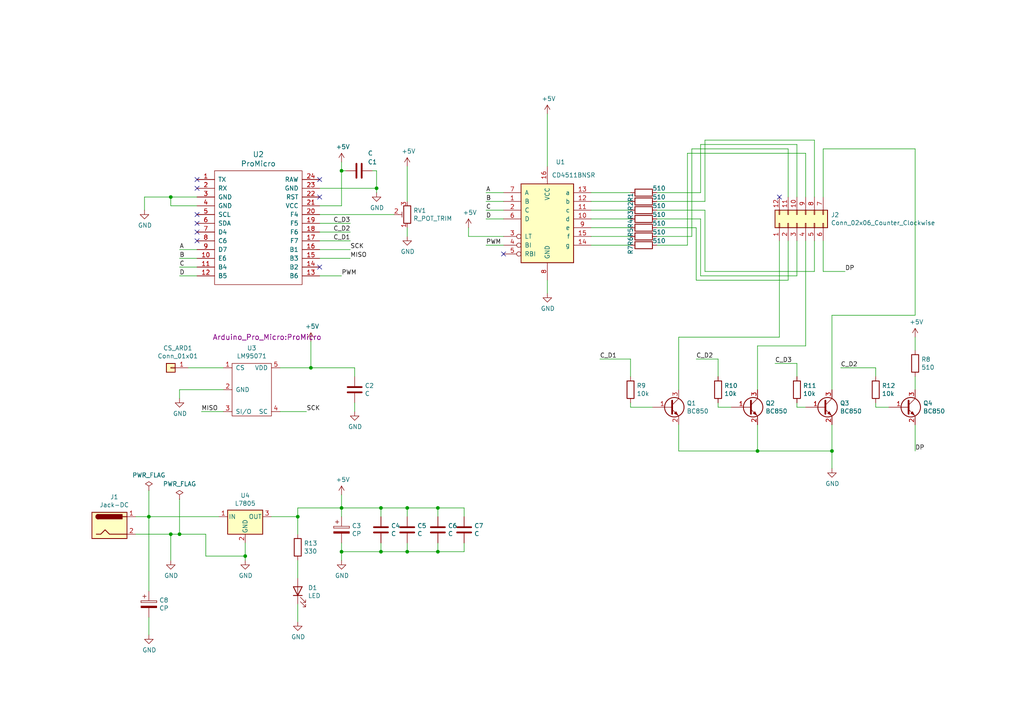
<source format=kicad_sch>
(kicad_sch (version 20230121) (generator eeschema)
  (paper "A4")
  (lib_symbols
    (symbol "Connector:Jack-DC" (pin_names (offset 1.016))
      (property "Reference" "J" (at 0 5.334 0))
      (property "Value" "Jack-DC" (at 0 -5.08 0))
      (symbol "Jack-DC_0_1"
        (rectangle (start -5.08 3.81) (end 5.08 -3.81) (stroke (width 0.254)) (fill (type background)))
        (arc (start -3.302 3.175) (mid -3.9343 2.54) (end -3.302 1.905) (stroke (width 0.254)))
        (arc (start -3.302 3.175) (mid -3.9343 2.54) (end -3.302 1.905) (stroke (width 0.254)) (fill (type outline)))
        (polyline (pts (xy 5.08 2.54) (xy 3.81 2.54)) (stroke (width 0.254)))
        (polyline (pts (xy -3.81 -2.54) (xy -2.54 -2.54) (xy -1.27 -1.27) (xy 0 -2.54) (xy 2.54 -2.54) (xy 5.08 -2.54)) (stroke (width 0.254)))
        (rectangle (start 3.683 3.175) (end -3.302 1.905) (stroke (width 0.254)) (fill (type outline)))
      )
      (symbol "Jack-DC_1_1"
        (pin passive line (at 7.62 2.54 180) (length 2.54) (name "~") (number "1"))
        (pin passive line (at 7.62 -2.54 180) (length 2.54) (name "~") (number "2"))
      )
    )
    (symbol "Connector_Generic:Conn_01x01" (pin_names (offset 1.016) hide)
      (property "Reference" "J" (at 0 2.54 0))
      (property "Value" "Conn_01x01" (at 0 -2.54 0))
      (symbol "Conn_01x01_1_1"
        (rectangle (start -1.27 0.127) (end 0 -0.127) (stroke (width 0.1524)))
        (rectangle (start -1.27 1.27) (end 1.27 -1.27) (stroke (width 0.254)) (fill (type background)))
        (pin passive line (at -5.08 0 0) (length 3.81) (name "Pin_1") (number "1"))
      )
    )
    (symbol "Connector_Generic:Conn_02x06_Counter_Clockwise" (pin_names (offset 1.016) hide)
      (property "Reference" "J" (at 1.27 7.62 0))
      (property "Value" "Conn_02x06_Counter_Clockwise" (at 1.27 -10.16 0))
      (symbol "Conn_02x06_Counter_Clockwise_1_1"
        (rectangle (start -1.27 -7.493) (end 0 -7.747) (stroke (width 0.1524)))
        (rectangle (start -1.27 -4.953) (end 0 -5.207) (stroke (width 0.1524)))
        (rectangle (start -1.27 -2.413) (end 0 -2.667) (stroke (width 0.1524)))
        (rectangle (start -1.27 0.127) (end 0 -0.127) (stroke (width 0.1524)))
        (rectangle (start -1.27 2.667) (end 0 2.413) (stroke (width 0.1524)))
        (rectangle (start -1.27 5.207) (end 0 4.953) (stroke (width 0.1524)))
        (rectangle (start -1.27 6.35) (end 3.81 -8.89) (stroke (width 0.254)) (fill (type background)))
        (rectangle (start 3.81 -7.493) (end 2.54 -7.747) (stroke (width 0.1524)))
        (rectangle (start 3.81 -4.953) (end 2.54 -5.207) (stroke (width 0.1524)))
        (rectangle (start 3.81 -2.413) (end 2.54 -2.667) (stroke (width 0.1524)))
        (rectangle (start 3.81 0.127) (end 2.54 -0.127) (stroke (width 0.1524)))
        (rectangle (start 3.81 2.667) (end 2.54 2.413) (stroke (width 0.1524)))
        (rectangle (start 3.81 5.207) (end 2.54 4.953) (stroke (width 0.1524)))
        (pin passive line (at -5.08 5.08 0) (length 3.81) (name "Pin_1") (number "1"))
        (pin passive line (at 7.62 0 180) (length 3.81) (name "Pin_10") (number "10"))
        (pin passive line (at 7.62 2.54 180) (length 3.81) (name "Pin_11") (number "11"))
        (pin passive line (at 7.62 5.08 180) (length 3.81) (name "Pin_12") (number "12"))
        (pin passive line (at -5.08 2.54 0) (length 3.81) (name "Pin_2") (number "2"))
        (pin passive line (at -5.08 0 0) (length 3.81) (name "Pin_3") (number "3"))
        (pin passive line (at -5.08 -2.54 0) (length 3.81) (name "Pin_4") (number "4"))
        (pin passive line (at -5.08 -5.08 0) (length 3.81) (name "Pin_5") (number "5"))
        (pin passive line (at -5.08 -7.62 0) (length 3.81) (name "Pin_6") (number "6"))
        (pin passive line (at 7.62 -7.62 180) (length 3.81) (name "Pin_7") (number "7"))
        (pin passive line (at 7.62 -5.08 180) (length 3.81) (name "Pin_8") (number "8"))
        (pin passive line (at 7.62 -2.54 180) (length 3.81) (name "Pin_9") (number "9"))
      )
    )
    (symbol "Device:C" (pin_numbers hide) (pin_names (offset 0.254))
      (property "Reference" "C" (at 0.635 2.54 0))
      (property "Value" "C" (at 0.635 -2.54 0))
      (symbol "C_0_1"
        (polyline (pts (xy -2.032 -0.762) (xy 2.032 -0.762)) (stroke (width 0.508)))
        (polyline (pts (xy -2.032 0.762) (xy 2.032 0.762)) (stroke (width 0.508)))
      )
      (symbol "C_1_1"
        (pin passive line (at 0 3.81 270) (length 2.794) (name "~") (number "1"))
        (pin passive line (at 0 -3.81 90) (length 2.794) (name "~") (number "2"))
      )
    )
    (symbol "Device:LED" (pin_numbers hide) (pin_names (offset 1.016) hide)
      (property "Reference" "D" (at 0 2.54 0))
      (property "Value" "LED" (at 0 -2.54 0))
      (symbol "LED_0_1"
        (polyline (pts (xy -1.27 -1.27) (xy -1.27 1.27)) (stroke (width 0.254)))
        (polyline (pts (xy -1.27 0) (xy 1.27 0)))
        (polyline (pts (xy 1.27 -1.27) (xy 1.27 1.27) (xy -1.27 0) (xy 1.27 -1.27)) (stroke (width 0.254)))
        (polyline (pts (xy -3.048 -0.762) (xy -4.572 -2.286) (xy -3.81 -2.286) (xy -4.572 -2.286) (xy -4.572 -1.524)))
        (polyline (pts (xy -1.778 -0.762) (xy -3.302 -2.286) (xy -2.54 -2.286) (xy -3.302 -2.286) (xy -3.302 -1.524)))
      )
      (symbol "LED_1_1"
        (pin passive line (at -3.81 0 0) (length 2.54) (name "K") (number "1"))
        (pin passive line (at 3.81 0 180) (length 2.54) (name "A") (number "2"))
      )
    )
    (symbol "Device:R" (pin_numbers hide) (pin_names (offset 0))
      (property "Reference" "R" (at 2.032 0 90))
      (property "Value" "R" (at 0 0 90))
      (symbol "R_0_1"
        (rectangle (start -1.016 -2.54) (end 1.016 2.54) (stroke (width 0.254)))
      )
      (symbol "R_1_1"
        (pin passive line (at 0 3.81 270) (length 1.27) (name "~") (number "1"))
        (pin passive line (at 0 -3.81 90) (length 1.27) (name "~") (number "2"))
      )
    )
    (symbol "Regulator_Linear:L7805" (pin_names (offset 0.254))
      (property "Reference" "U" (at -3.81 3.175 0))
      (property "Value" "L7805" (at 0 3.175 0))
      (symbol "L7805_0_1"
        (rectangle (start -5.08 1.905) (end 5.08 -5.08) (stroke (width 0.254)) (fill (type background)))
      )
      (symbol "L7805_1_1"
        (pin power_in line (at -7.62 0 0) (length 2.54) (name "IN") (number "1"))
        (pin power_in line (at 0 -7.62 90) (length 2.54) (name "GND") (number "2"))
        (pin power_out line (at 7.62 0 180) (length 2.54) (name "OUT") (number "3"))
      )
    )
    (symbol "Transistor_BJT:BC850" (pin_names (offset 0) hide)
      (property "Reference" "Q" (at 5.08 1.905 0))
      (property "Value" "BC850" (at 5.08 0 0))
      (symbol "BC850_0_1"
        (polyline (pts (xy 0.635 0.635) (xy 2.54 2.54)))
        (polyline (pts (xy 0.635 -0.635) (xy 2.54 -2.54) (xy 2.54 -2.54)))
        (polyline (pts (xy 0.635 1.905) (xy 0.635 -1.905) (xy 0.635 -1.905)) (stroke (width 0.508)))
        (polyline (pts (xy 1.27 -1.778) (xy 1.778 -1.27) (xy 2.286 -2.286) (xy 1.27 -1.778) (xy 1.27 -1.778)) (fill (type outline)))
        (circle (center 1.27 0) (radius 2.8194) (stroke (width 0.254)))
      )
      (symbol "BC850_1_1"
        (pin input line (at -5.08 0 0) (length 5.715) (name "B") (number "1"))
        (pin passive line (at 2.54 -5.08 90) (length 2.54) (name "E") (number "2"))
        (pin passive line (at 2.54 5.08 270) (length 2.54) (name "C") (number "3"))
      )
    )
    (symbol "cuteThermometer-rescue:CD4511BNSR-Extra-Modules" (pin_names (offset 1.016))
      (property "Reference" "U" (at 2.54 15.24 0))
      (property "Value" "CD4511BNSR-Extra-Modules" (at 7.62 12.7 0))
      (symbol "CD4511BNSR-Extra-Modules_1_0"
        (pin input line (at -12.7 6.35 0) (length 5.08) (name "B") (number "1"))
        (pin open_collector line (at 12.7 1.27 180) (length 5.08) (name "d") (number "10"))
        (pin open_collector line (at 12.7 3.81 180) (length 5.08) (name "c") (number "11"))
        (pin open_collector line (at 12.7 6.35 180) (length 5.08) (name "b") (number "12"))
        (pin open_collector line (at 12.7 8.89 180) (length 5.08) (name "a") (number "13"))
        (pin open_collector line (at 12.7 -6.35 180) (length 5.08) (name "g") (number "14"))
        (pin open_collector line (at 12.7 -3.81 180) (length 5.08) (name "f") (number "15"))
        (pin power_in line (at 0 16.51 270) (length 5.08) (name "VCC") (number "16"))
        (pin input line (at -12.7 3.81 0) (length 5.08) (name "C") (number "2"))
        (pin input inverted (at -12.7 -3.81 0) (length 5.08) (name "LT") (number "3"))
        (pin input inverted (at -12.7 -6.35 0) (length 5.08) (name "BI") (number "4"))
        (pin input inverted (at -12.7 -8.89 0) (length 5.08) (name "RBI") (number "5"))
        (pin input line (at -12.7 1.27 0) (length 5.08) (name "D") (number "6"))
        (pin input line (at -12.7 8.89 0) (length 5.08) (name "A") (number "7"))
        (pin power_in line (at 0 -16.51 90) (length 5.08) (name "GND") (number "8"))
        (pin open_collector line (at 12.7 -1.27 180) (length 5.08) (name "e") (number "9"))
      )
      (symbol "CD4511BNSR-Extra-Modules_1_1"
        (rectangle (start -7.62 11.43) (end 7.62 -11.43) (stroke (width 0.254)) (fill (type background)))
      )
    )
    (symbol "cuteThermometer-rescue:CP-Device" (pin_numbers hide) (pin_names (offset 0.254))
      (property "Reference" "C" (at 0.635 2.54 0))
      (property "Value" "Device_CP" (at 0.635 -2.54 0))
      (symbol "CP-Device_0_1"
        (rectangle (start -2.286 0.508) (end -2.286 1.016))
        (rectangle (start -2.286 0.508) (end 2.286 0.508))
        (polyline (pts (xy -1.778 2.286) (xy -0.762 2.286)))
        (polyline (pts (xy -1.27 2.794) (xy -1.27 1.778)))
        (rectangle (start 2.286 -0.508) (end -2.286 -1.016) (fill (type outline)))
        (rectangle (start 2.286 1.016) (end -2.286 1.016))
        (rectangle (start 2.286 1.016) (end 2.286 0.508))
      )
      (symbol "CP-Device_1_1"
        (pin passive line (at 0 3.81 270) (length 2.794) (name "~") (number "1"))
        (pin passive line (at 0 -3.81 90) (length 2.794) (name "~") (number "2"))
      )
    )
    (symbol "cuteThermometer-rescue:LM95071-Atomic_Mechanics_Library" (pin_names (offset 1.016))
      (property "Reference" "U" (at 5.08 -10.16 0))
      (property "Value" "LM95071-Atomic_Mechanics_Library" (at 0 3.81 0))
      (symbol "LM95071-Atomic_Mechanics_Library_0_1"
        (polyline (pts (xy -6.35 7.62) (xy 5.08 7.62) (xy 5.08 -7.62) (xy -6.35 -7.62) (xy -6.35 7.62)))
      )
      (symbol "LM95071-Atomic_Mechanics_Library_1_1"
        (pin input line (at -8.89 6.35 0) (length 2.54) (name "CS") (number "1"))
        (pin input line (at -8.89 0 0) (length 2.54) (name "GND") (number "2"))
        (pin input line (at -8.89 -6.35 0) (length 2.54) (name "SI/O") (number "3"))
        (pin input line (at 7.62 -6.35 180) (length 2.54) (name "SC") (number "4"))
        (pin input line (at 7.62 6.35 180) (length 2.54) (name "VDD") (number "5"))
      )
    )
    (symbol "cuteThermometer-rescue:ProMicro-Arduino_Pro_Micro" (pin_names (offset 1.016))
      (property "Reference" "U" (at 0 24.13 0))
      (property "Value" "ProMicro-Arduino_Pro_Micro" (at 0 -13.97 0))
      (symbol "ProMicro-Arduino_Pro_Micro_0_1"
        (rectangle (start -12.7 21.59) (end 12.7 -11.43))
      )
      (symbol "ProMicro-Arduino_Pro_Micro_1_1"
        (pin bidirectional line (at -17.78 19.05 0) (length 5.08) (name "TX") (number "1"))
        (pin bidirectional line (at -17.78 -3.81 0) (length 5.08) (name "E6") (number "10"))
        (pin bidirectional line (at -17.78 -6.35 0) (length 5.08) (name "B4") (number "11"))
        (pin bidirectional line (at -17.78 -8.89 0) (length 5.08) (name "B5") (number "12"))
        (pin bidirectional line (at 17.78 -8.89 180) (length 5.08) (name "B6") (number "13"))
        (pin bidirectional line (at 17.78 -6.35 180) (length 5.08) (name "B2") (number "14"))
        (pin bidirectional line (at 17.78 -3.81 180) (length 5.08) (name "B3") (number "15"))
        (pin bidirectional line (at 17.78 -1.27 180) (length 5.08) (name "B1") (number "16"))
        (pin bidirectional line (at 17.78 1.27 180) (length 5.08) (name "F7") (number "17"))
        (pin bidirectional line (at 17.78 3.81 180) (length 5.08) (name "F6") (number "18"))
        (pin bidirectional line (at 17.78 6.35 180) (length 5.08) (name "F5") (number "19"))
        (pin bidirectional line (at -17.78 16.51 0) (length 5.08) (name "RX") (number "2"))
        (pin bidirectional line (at 17.78 8.89 180) (length 5.08) (name "F4") (number "20"))
        (pin power_in line (at 17.78 11.43 180) (length 5.08) (name "VCC") (number "21"))
        (pin input line (at 17.78 13.97 180) (length 5.08) (name "RST") (number "22"))
        (pin power_in line (at 17.78 16.51 180) (length 5.08) (name "GND") (number "23"))
        (pin power_out line (at 17.78 19.05 180) (length 5.08) (name "RAW") (number "24"))
        (pin power_in line (at -17.78 13.97 0) (length 5.08) (name "GND") (number "3"))
        (pin power_in line (at -17.78 11.43 0) (length 5.08) (name "GND") (number "4"))
        (pin bidirectional line (at -17.78 8.89 0) (length 5.08) (name "SCL") (number "5"))
        (pin bidirectional line (at -17.78 6.35 0) (length 5.08) (name "SDA") (number "6"))
        (pin bidirectional line (at -17.78 3.81 0) (length 5.08) (name "D4") (number "7"))
        (pin bidirectional line (at -17.78 1.27 0) (length 5.08) (name "C6") (number "8"))
        (pin bidirectional line (at -17.78 -1.27 0) (length 5.08) (name "D7") (number "9"))
      )
    )
    (symbol "cuteThermometer-rescue:R_POT_TRIM-Device" (pin_names (offset 1.016) hide)
      (property "Reference" "RV" (at -4.445 0 90))
      (property "Value" "Device_R_POT_TRIM" (at -2.54 0 90))
      (symbol "R_POT_TRIM-Device_0_1"
        (polyline (pts (xy 1.524 0.762) (xy 1.524 -0.762)))
        (polyline (pts (xy 2.54 0) (xy 1.524 0)))
        (rectangle (start 1.016 2.54) (end -1.016 -2.54) (stroke (width 0.254)))
      )
      (symbol "R_POT_TRIM-Device_1_1"
        (pin passive line (at 0 3.81 270) (length 1.27) (name "1") (number "1"))
        (pin passive line (at 3.81 0 180) (length 1.27) (name "2") (number "2"))
        (pin passive line (at 0 -3.81 90) (length 1.27) (name "3") (number "3"))
      )
    )
    (symbol "power:+5V" (power) (pin_names (offset 0))
      (property "Value" "+5V" (at 0 3.556 0))
      (symbol "+5V_0_1"
        (polyline (pts (xy -0.762 1.27) (xy 0 2.54)))
        (polyline (pts (xy 0 0) (xy 0 2.54)))
        (polyline (pts (xy 0 2.54) (xy 0.762 1.27)))
      )
      (symbol "+5V_1_1"
        (pin power_in line (at 0 0 90) (length 0) hide (name "+5V") (number "1"))
      )
    )
    (symbol "power:GND" (power) (pin_names (offset 0))
      (property "Value" "GND" (at 0 -3.81 0))
      (symbol "GND_0_1"
        (polyline (pts (xy 0 0) (xy 0 -1.27) (xy 1.27 -1.27) (xy 0 -2.54) (xy -1.27 -1.27) (xy 0 -1.27)))
      )
      (symbol "GND_1_1"
        (pin power_in line (at 0 0 270) (length 0) hide (name "GND") (number "1"))
      )
    )
    (symbol "power:PWR_FLAG" (power) (pin_numbers hide) (pin_names (offset 0) hide)
      (property "Value" "PWR_FLAG" (at 0 3.81 0))
      (symbol "PWR_FLAG_0_0"
        (pin power_out line (at 0 0 90) (length 0) (name "pwr") (number "1"))
      )
      (symbol "PWR_FLAG_0_1"
        (polyline (pts (xy 0 0) (xy 0 1.27) (xy -1.016 1.905) (xy 0 2.54) (xy 1.016 1.905) (xy 0 1.27)))
      )
    )
  )
  (junction (at 109.22 54.61))
  (junction (at 241.3 130.81))
  (junction (at 110.49 147.32))
  (junction (at 127 160.02))
  (junction (at 99.06 147.32))
  (junction (at 49.53 57.15))
  (junction (at 127 147.32))
  (junction (at 49.53 154.94))
  (junction (at 219.71 130.81))
  (junction (at 43.18 149.86))
  (junction (at 99.06 160.02))
  (junction (at 110.49 160.02))
  (junction (at 99.06 49.53))
  (junction (at 86.36 149.86))
  (junction (at 118.11 160.02))
  (junction (at 52.07 154.94))
  (junction (at 71.12 161.29))
  (junction (at 118.11 147.32))
  (junction (at 90.17 106.68))
  (no_connect (at 57.15 62.23))
  (no_connect (at 57.15 52.07))
  (no_connect (at 57.15 54.61))
  (no_connect (at 92.71 57.15))
  (no_connect (at 92.71 52.07))
  (no_connect (at 57.15 67.31))
  (no_connect (at 226.06 57.15))
  (no_connect (at 92.71 77.47))
  (no_connect (at 57.15 69.85))
  (no_connect (at 57.15 64.77))
  (no_connect (at 146.05 73.66))
  (wire (pts (xy 182.88 104.14) (xy 182.88 109.22)))
  (wire (pts (xy 39.37 154.94) (xy 49.53 154.94)))
  (wire (pts (xy 110.49 149.86) (xy 110.49 147.32)))
  (wire (pts (xy 101.6 64.77) (xy 92.71 64.77)))
  (wire (pts (xy 118.11 160.02) (xy 110.49 160.02)))
  (wire (pts (xy 41.91 60.96) (xy 41.91 57.15)))
  (wire (pts (xy 254 118.11) (xy 257.81 118.11)))
  (wire (pts (xy 190.5 66.04) (xy 201.93 66.04)))
  (wire (pts (xy 52.07 113.03) (xy 52.07 115.57)))
  (wire (pts (xy 219.71 100.33) (xy 219.71 113.03)))
  (wire (pts (xy 201.93 104.14) (xy 208.28 104.14)))
  (wire (pts (xy 140.97 58.42) (xy 146.05 58.42)))
  (wire (pts (xy 71.12 161.29) (xy 71.12 157.48)))
  (wire (pts (xy 134.62 147.32) (xy 127 147.32)))
  (wire (pts (xy 203.2 55.88) (xy 203.2 41.91)))
  (wire (pts (xy 109.22 49.53) (xy 109.22 54.61)))
  (wire (pts (xy 182.88 66.04) (xy 171.45 66.04)))
  (wire (pts (xy 99.06 160.02) (xy 99.06 157.48)))
  (wire (pts (xy 110.49 157.48) (xy 110.49 160.02)))
  (wire (pts (xy 99.06 143.51) (xy 99.06 147.32)))
  (wire (pts (xy 54.61 106.68) (xy 64.77 106.68)))
  (wire (pts (xy 190.5 60.96) (xy 204.47 60.96)))
  (wire (pts (xy 52.07 72.39) (xy 57.15 72.39)))
  (wire (pts (xy 204.47 60.96) (xy 204.47 78.74)))
  (wire (pts (xy 52.07 74.93) (xy 57.15 74.93)))
  (wire (pts (xy 102.87 119.38) (xy 102.87 116.84)))
  (wire (pts (xy 182.88 58.42) (xy 171.45 58.42)))
  (wire (pts (xy 52.07 80.01) (xy 57.15 80.01)))
  (wire (pts (xy 90.17 99.06) (xy 90.17 106.68)))
  (wire (pts (xy 190.5 58.42) (xy 204.47 58.42)))
  (wire (pts (xy 265.43 130.81) (xy 265.43 123.19)))
  (wire (pts (xy 134.62 160.02) (xy 127 160.02)))
  (wire (pts (xy 118.11 149.86) (xy 118.11 147.32)))
  (wire (pts (xy 57.15 59.69) (xy 49.53 59.69)))
  (wire (pts (xy 92.71 54.61) (xy 109.22 54.61)))
  (wire (pts (xy 204.47 58.42) (xy 204.47 40.64)))
  (wire (pts (xy 127 157.48) (xy 127 160.02)))
  (wire (pts (xy 190.5 68.58) (xy 200.66 68.58)))
  (wire (pts (xy 231.14 116.84) (xy 231.14 118.11)))
  (wire (pts (xy 196.85 130.81) (xy 219.71 130.81)))
  (wire (pts (xy 233.68 100.33) (xy 219.71 100.33)))
  (wire (pts (xy 196.85 123.19) (xy 196.85 130.81)))
  (wire (pts (xy 203.2 55.88) (xy 190.5 55.88)))
  (wire (pts (xy 201.93 66.04) (xy 201.93 81.28)))
  (wire (pts (xy 114.3 62.23) (xy 92.71 62.23)))
  (wire (pts (xy 86.36 147.32) (xy 99.06 147.32)))
  (wire (pts (xy 118.11 157.48) (xy 118.11 160.02)))
  (wire (pts (xy 208.28 118.11) (xy 212.09 118.11)))
  (wire (pts (xy 140.97 55.88) (xy 146.05 55.88)))
  (wire (pts (xy 109.22 55.88) (xy 109.22 54.61)))
  (wire (pts (xy 110.49 147.32) (xy 99.06 147.32)))
  (wire (pts (xy 107.95 49.53) (xy 109.22 49.53)))
  (wire (pts (xy 231.14 69.85) (xy 231.14 80.01)))
  (wire (pts (xy 88.9 119.38) (xy 81.28 119.38)))
  (wire (pts (xy 203.2 63.5) (xy 203.2 80.01)))
  (wire (pts (xy 99.06 149.86) (xy 99.06 147.32)))
  (wire (pts (xy 86.36 149.86) (xy 78.74 149.86)))
  (wire (pts (xy 158.75 48.26) (xy 158.75 33.02)))
  (wire (pts (xy 86.36 180.34) (xy 86.36 175.26)))
  (wire (pts (xy 140.97 71.12) (xy 146.05 71.12)))
  (wire (pts (xy 241.3 123.19) (xy 241.3 130.81)))
  (wire (pts (xy 86.36 167.64) (xy 86.36 162.56)))
  (wire (pts (xy 118.11 58.42) (xy 118.11 48.26)))
  (wire (pts (xy 208.28 104.14) (xy 208.28 109.22)))
  (wire (pts (xy 127 149.86) (xy 127 147.32)))
  (wire (pts (xy 101.6 69.85) (xy 92.71 69.85)))
  (wire (pts (xy 52.07 154.94) (xy 59.69 154.94)))
  (wire (pts (xy 43.18 149.86) (xy 63.5 149.86)))
  (wire (pts (xy 199.39 44.45) (xy 233.68 44.45)))
  (wire (pts (xy 49.53 57.15) (xy 57.15 57.15)))
  (wire (pts (xy 182.88 63.5) (xy 171.45 63.5)))
  (wire (pts (xy 226.06 69.85) (xy 226.06 97.79)))
  (wire (pts (xy 135.89 66.04) (xy 135.89 68.58)))
  (wire (pts (xy 199.39 71.12) (xy 199.39 44.45)))
  (wire (pts (xy 265.43 109.22) (xy 265.43 113.03)))
  (wire (pts (xy 182.88 68.58) (xy 171.45 68.58)))
  (wire (pts (xy 265.43 91.44) (xy 241.3 91.44)))
  (wire (pts (xy 208.28 116.84) (xy 208.28 118.11)))
  (wire (pts (xy 49.53 154.94) (xy 52.07 154.94)))
  (wire (pts (xy 254 116.84) (xy 254 118.11)))
  (wire (pts (xy 99.06 59.69) (xy 92.71 59.69)))
  (wire (pts (xy 204.47 40.64) (xy 236.22 40.64)))
  (wire (pts (xy 59.69 161.29) (xy 71.12 161.29)))
  (wire (pts (xy 49.53 59.69) (xy 49.53 57.15)))
  (wire (pts (xy 140.97 60.96) (xy 146.05 60.96)))
  (wire (pts (xy 182.88 55.88) (xy 171.45 55.88)))
  (wire (pts (xy 203.2 80.01) (xy 231.14 80.01)))
  (wire (pts (xy 182.88 60.96) (xy 171.45 60.96)))
  (wire (pts (xy 173.99 104.14) (xy 182.88 104.14)))
  (wire (pts (xy 99.06 46.99) (xy 99.06 49.53)))
  (wire (pts (xy 52.07 144.78) (xy 52.07 154.94)))
  (wire (pts (xy 110.49 160.02) (xy 99.06 160.02)))
  (wire (pts (xy 200.66 43.18) (xy 228.6 43.18)))
  (wire (pts (xy 140.97 63.5) (xy 146.05 63.5)))
  (wire (pts (xy 231.14 105.41) (xy 231.14 109.22)))
  (wire (pts (xy 135.89 68.58) (xy 146.05 68.58)))
  (wire (pts (xy 224.79 105.41) (xy 231.14 105.41)))
  (wire (pts (xy 43.18 184.15) (xy 43.18 179.07)))
  (wire (pts (xy 238.76 43.18) (xy 265.43 43.18)))
  (wire (pts (xy 231.14 118.11) (xy 233.68 118.11)))
  (wire (pts (xy 118.11 147.32) (xy 110.49 147.32)))
  (wire (pts (xy 101.6 74.93) (xy 92.71 74.93)))
  (wire (pts (xy 219.71 123.19) (xy 219.71 130.81)))
  (wire (pts (xy 233.68 69.85) (xy 233.68 100.33)))
  (wire (pts (xy 236.22 69.85) (xy 236.22 78.74)))
  (wire (pts (xy 43.18 171.45) (xy 43.18 149.86)))
  (wire (pts (xy 265.43 43.18) (xy 265.43 91.44)))
  (wire (pts (xy 231.14 41.91) (xy 231.14 57.15)))
  (wire (pts (xy 86.36 149.86) (xy 86.36 154.94)))
  (wire (pts (xy 100.33 49.53) (xy 99.06 49.53)))
  (wire (pts (xy 101.6 67.31) (xy 92.71 67.31)))
  (wire (pts (xy 52.07 77.47) (xy 57.15 77.47)))
  (wire (pts (xy 99.06 80.01) (xy 92.71 80.01)))
  (wire (pts (xy 101.6 72.39) (xy 92.71 72.39)))
  (wire (pts (xy 90.17 106.68) (xy 81.28 106.68)))
  (wire (pts (xy 134.62 157.48) (xy 134.62 160.02)))
  (wire (pts (xy 190.5 71.12) (xy 199.39 71.12)))
  (wire (pts (xy 99.06 49.53) (xy 99.06 59.69)))
  (wire (pts (xy 127 147.32) (xy 118.11 147.32)))
  (wire (pts (xy 59.69 154.94) (xy 59.69 161.29)))
  (wire (pts (xy 41.91 57.15) (xy 49.53 57.15)))
  (wire (pts (xy 58.42 119.38) (xy 64.77 119.38)))
  (wire (pts (xy 265.43 97.79) (xy 265.43 101.6)))
  (wire (pts (xy 254 106.68) (xy 254 109.22)))
  (wire (pts (xy 245.11 78.74) (xy 238.76 78.74)))
  (wire (pts (xy 43.18 149.86) (xy 39.37 149.86)))
  (wire (pts (xy 102.87 106.68) (xy 90.17 106.68)))
  (wire (pts (xy 182.88 71.12) (xy 171.45 71.12)))
  (wire (pts (xy 52.07 113.03) (xy 64.77 113.03)))
  (wire (pts (xy 233.68 44.45) (xy 233.68 57.15)))
  (wire (pts (xy 182.88 118.11) (xy 189.23 118.11)))
  (wire (pts (xy 99.06 162.56) (xy 99.06 160.02)))
  (wire (pts (xy 43.18 142.24) (xy 43.18 149.86)))
  (wire (pts (xy 204.47 78.74) (xy 236.22 78.74)))
  (wire (pts (xy 238.76 43.18) (xy 238.76 57.15)))
  (wire (pts (xy 228.6 69.85) (xy 228.6 81.28)))
  (wire (pts (xy 236.22 40.64) (xy 236.22 57.15)))
  (wire (pts (xy 118.11 68.58) (xy 118.11 66.04)))
  (wire (pts (xy 203.2 63.5) (xy 190.5 63.5)))
  (wire (pts (xy 238.76 69.85) (xy 238.76 78.74)))
  (wire (pts (xy 241.3 135.89) (xy 241.3 130.81)))
  (wire (pts (xy 200.66 68.58) (xy 200.66 43.18)))
  (wire (pts (xy 203.2 41.91) (xy 231.14 41.91)))
  (wire (pts (xy 182.88 116.84) (xy 182.88 118.11)))
  (wire (pts (xy 134.62 149.86) (xy 134.62 147.32)))
  (wire (pts (xy 86.36 147.32) (xy 86.36 149.86)))
  (wire (pts (xy 127 160.02) (xy 118.11 160.02)))
  (wire (pts (xy 219.71 130.81) (xy 241.3 130.81)))
  (wire (pts (xy 228.6 43.18) (xy 228.6 57.15)))
  (wire (pts (xy 49.53 162.56) (xy 49.53 154.94)))
  (wire (pts (xy 201.93 81.28) (xy 228.6 81.28)))
  (wire (pts (xy 158.75 85.09) (xy 158.75 81.28)))
  (wire (pts (xy 102.87 109.22) (xy 102.87 106.68)))
  (wire (pts (xy 196.85 97.79) (xy 196.85 113.03)))
  (wire (pts (xy 226.06 97.79) (xy 196.85 97.79)))
  (wire (pts (xy 71.12 162.56) (xy 71.12 161.29)))
  (wire (pts (xy 243.84 106.68) (xy 254 106.68)))
  (wire (pts (xy 241.3 91.44) (xy 241.3 113.03)))
  (label "D" (at 140.97 63.5 0))
  (label "B" (at 140.97 58.42 0))
  (label "SCK" (at 101.6 72.39 0))
  (label "DP" (at 245.11 78.74 0))
  (label "DP" (at 265.43 130.81 0))
  (label "PWM" (at 99.06 80.01 0))
  (label "SCK" (at 88.9 119.38 0))
  (label "C_D3" (at 224.79 105.41 0))
  (label "A" (at 52.07 72.39 0))
  (label "C_D3" (at 101.6 64.77 180))
  (label "A" (at 140.97 55.88 0))
  (label "PWM" (at 140.97 71.12 0))
  (label "C_D1" (at 101.6 69.85 180))
  (label "B" (at 52.07 74.93 0))
  (label "C_D2" (at 243.84 106.68 0))
  (label "MISO" (at 58.42 119.38 0))
  (label "C_D2" (at 201.93 104.14 0))
  (label "C_D1" (at 173.99 104.14 0))
  (label "D" (at 52.07 80.01 0))
  (label "C" (at 140.97 60.96 0))
  (label "C_D2" (at 101.6 67.31 180))
  (label "MISO" (at 101.6 74.93 0))
  (label "C" (at 52.07 77.47 0))
  (symbol (lib_id "cuteThermometer-rescue:ProMicro-Arduino_Pro_Micro") (at 74.93 71.12 0) (unit 1)
    (property "Reference" "U2" (at 74.93 44.7802 0) (effects (font (size 1.524 1.524))))
    (property "Value" "ProMicro" (at 74.93 47.4726 0) (effects (font (size 1.524 1.524))))
    (property "Footprint" "Arduino_Pro_Micro:ProMicro" (at 77.47 97.79 0) (effects (font (size 1.524 1.524))))
  )
  (symbol (lib_id "power:GND") (at 241.3 135.89 0) (unit 1)
    (property "Reference" "#PWR013" (effects hide))
    (property "Value" "GND" (at 241.427 140.2842 0))
  )
  (symbol (lib_id "power:+5V") (at 158.75 33.02 0) (unit 1)
    (property "Reference" "#PWR01" (effects hide))
    (property "Value" "+5V" (at 159.131 28.6258 0))
  )
  (symbol (lib_id "power:+5V") (at 99.06 46.99 0) (unit 1)
    (property "Reference" "#PWR02" (effects hide))
    (property "Value" "+5V" (at 99.441 42.5958 0))
  )
  (symbol (lib_id "power:GND") (at 158.75 85.09 0) (unit 1)
    (property "Reference" "#PWR08" (effects hide))
    (property "Value" "GND" (at 158.877 89.4842 0))
  )
  (symbol (lib_id "power:GND") (at 109.22 55.88 0) (unit 1)
    (property "Reference" "#PWR04" (effects hide))
    (property "Value" "GND" (at 109.347 60.2742 0))
  )
  (symbol (lib_id "power:GND") (at 41.91 60.96 0) (unit 1)
    (property "Reference" "#PWR05" (effects hide))
    (property "Value" "GND" (at 42.037 65.3542 0))
  )
  (symbol (lib_id "cuteThermometer-rescue:LM95071-Atomic_Mechanics_Library") (at 73.66 113.03 0) (unit 1)
    (property "Reference" "U3" (at 73.025 100.965 0))
    (property "Value" "LM95071" (at 73.025 103.2764 0))
    (property "Footprint" "Tansistors_SMD:SOT-23-5_HandSoldering" (effects hide))
  )
  (symbol (lib_id "power:GND") (at 52.07 115.57 0) (unit 1)
    (property "Reference" "#PWR011" (effects hide))
    (property "Value" "GND" (at 52.197 119.9642 0))
  )
  (symbol (lib_id "power:+5V") (at 90.17 99.06 0) (unit 1)
    (property "Reference" "#PWR010" (effects hide))
    (property "Value" "+5V" (at 90.551 94.6658 0))
  )
  (symbol (lib_id "Device:R") (at 182.88 113.03 180) (unit 1)
    (property "Reference" "R9" (at 184.658 111.8616 0) (effects (justify right)))
    (property "Value" "10k" (at 184.658 114.173 0) (effects (justify right)))
    (property "Footprint" "Resistor_SMD:R_0805_2012Metric_Pad1.15x1.40mm_HandSolder" (effects hide))
  )
  (symbol (lib_id "Device:R") (at 208.28 113.03 180) (unit 1)
    (property "Reference" "R10" (at 210.058 111.8616 0) (effects (justify right)))
    (property "Value" "10k" (at 210.058 114.173 0) (effects (justify right)))
    (property "Footprint" "Resistor_SMD:R_0805_2012Metric_Pad1.15x1.40mm_HandSolder" (effects hide))
  )
  (symbol (lib_id "Device:R") (at 231.14 113.03 180) (unit 1)
    (property "Reference" "R11" (at 232.918 111.8616 0) (effects (justify right)))
    (property "Value" "10k" (at 232.918 114.173 0) (effects (justify right)))
    (property "Footprint" "Resistor_SMD:R_0805_2012Metric_Pad1.15x1.40mm_HandSolder" (effects hide))
  )
  (symbol (lib_id "Device:R") (at 254 113.03 180) (unit 1)
    (property "Reference" "R12" (at 255.778 111.8616 0) (effects (justify right)))
    (property "Value" "10k" (at 255.778 114.173 0) (effects (justify right)))
    (property "Footprint" "Resistor_SMD:R_0805_2012Metric_Pad1.15x1.40mm_HandSolder" (effects hide))
  )
  (symbol (lib_id "Device:C") (at 102.87 113.03 0) (unit 1)
    (property "Reference" "C2" (at 105.791 111.8616 0) (effects (justify left)))
    (property "Value" "C" (at 105.791 114.173 0) (effects (justify left)))
    (property "Footprint" "Capacitor_SMD:C_0805_2012Metric_Pad1.15x1.40mm_HandSolder" (effects hide))
  )
  (symbol (lib_id "power:+5V") (at 99.06 143.51 0) (unit 1)
    (property "Reference" "#PWR014" (effects hide))
    (property "Value" "+5V" (at 99.441 139.1158 0))
  )
  (symbol (lib_id "power:GND") (at 71.12 162.56 0) (unit 1)
    (property "Reference" "#PWR016" (effects hide))
    (property "Value" "GND" (at 71.247 166.9542 0))
  )
  (symbol (lib_id "Regulator_Linear:L7805") (at 71.12 149.86 0) (unit 1)
    (property "Reference" "U4" (at 71.12 143.7132 0))
    (property "Value" "L7805" (at 71.12 146.0246 0))
    (property "Footprint" "Package_TO_SOT_SMD:TO-252-3_TabPin2" (effects hide))
    (property "Datasheet" "http://www.st.com/content/ccc/resource/technical/document/datasheet/41/4f/b3/b0/12/d4/47/88/CD00000444.pdf/files/CD00000444.pdf/jcr:content/translations/en.CD00000444.pdf" (effects hide))
  )
  (symbol (lib_id "cuteThermometer-rescue:CP-Device") (at 43.18 175.26 0) (unit 1)
    (property "Reference" "C8" (at 46.1772 174.0916 0) (effects (justify left)))
    (property "Value" "CP" (at 46.1772 176.403 0) (effects (justify left)))
    (property "Footprint" "Capacitor_SMD:CP_Elec_4x5.4" (effects hide))
  )
  (symbol (lib_id "power:GND") (at 43.18 184.15 0) (unit 1)
    (property "Reference" "#PWR018" (effects hide))
    (property "Value" "GND" (at 43.307 188.5442 0))
  )
  (symbol (lib_id "power:+5V") (at 118.11 48.26 0) (unit 1)
    (property "Reference" "#PWR03" (effects hide))
    (property "Value" "+5V" (at 118.491 43.8658 0))
  )
  (symbol (lib_id "cuteThermometer-rescue:R_POT_TRIM-Device") (at 118.11 62.23 180) (unit 1)
    (property "Reference" "RV1" (at 119.8626 61.0616 0) (effects (justify right)))
    (property "Value" "R_POT_TRIM" (at 119.8626 63.373 0) (effects (justify right)))
    (property "Footprint" "Potentiometers:Potentiometer_Trimmer-EVM3E" (effects hide))
  )
  (symbol (lib_id "power:GND") (at 118.11 68.58 0) (unit 1)
    (property "Reference" "#PWR07" (effects hide))
    (property "Value" "GND" (at 118.237 72.9742 0))
  )
  (symbol (lib_id "Transistor_BJT:BC850") (at 194.31 118.11 0) (unit 1)
    (property "Reference" "Q1" (at 199.1614 116.9416 0) (effects (justify left)))
    (property "Value" "BC850" (at 199.1614 119.253 0) (effects (justify left)))
    (property "Footprint" "Package_TO_SOT_SMD:SOT-23" (effects hide))
    (property "Datasheet" "http://www.infineon.com/dgdl/Infineon-BC847SERIES_BC848SERIES_BC849SERIES_BC850SERIES-DS-v01_01-en.pdf?fileId=db3a304314dca389011541d4630a1657" (effects hide))
  )
  (symbol (lib_id "Transistor_BJT:BC850") (at 217.17 118.11 0) (unit 1)
    (property "Reference" "Q2" (at 222.0214 116.9416 0) (effects (justify left)))
    (property "Value" "BC850" (at 222.0214 119.253 0) (effects (justify left)))
    (property "Footprint" "Package_TO_SOT_SMD:SOT-23" (effects hide))
    (property "Datasheet" "http://www.infineon.com/dgdl/Infineon-BC847SERIES_BC848SERIES_BC849SERIES_BC850SERIES-DS-v01_01-en.pdf?fileId=db3a304314dca389011541d4630a1657" (effects hide))
  )
  (symbol (lib_id "Transistor_BJT:BC850") (at 238.76 118.11 0) (unit 1)
    (property "Reference" "Q3" (at 243.6114 116.9416 0) (effects (justify left)))
    (property "Value" "BC850" (at 243.6114 119.253 0) (effects (justify left)))
    (property "Footprint" "Package_TO_SOT_SMD:SOT-23" (effects hide))
    (property "Datasheet" "http://www.infineon.com/dgdl/Infineon-BC847SERIES_BC848SERIES_BC849SERIES_BC850SERIES-DS-v01_01-en.pdf?fileId=db3a304314dca389011541d4630a1657" (effects hide))
  )
  (symbol (lib_id "Transistor_BJT:BC850") (at 262.89 118.11 0) (unit 1)
    (property "Reference" "Q4" (at 267.7414 116.9416 0) (effects (justify left)))
    (property "Value" "BC850" (at 267.7414 119.253 0) (effects (justify left)))
    (property "Footprint" "Package_TO_SOT_SMD:SOT-23" (effects hide))
    (property "Datasheet" "http://www.infineon.com/dgdl/Infineon-BC847SERIES_BC848SERIES_BC849SERIES_BC850SERIES-DS-v01_01-en.pdf?fileId=db3a304314dca389011541d4630a1657" (effects hide))
  )
  (symbol (lib_id "power:+5V") (at 135.89 66.04 0) (unit 1)
    (property "Reference" "#PWR06" (effects hide))
    (property "Value" "+5V" (at 136.271 61.6458 0))
  )
  (symbol (lib_id "Connector_Generic:Conn_01x01") (at 49.53 106.68 180) (unit 1)
    (property "Reference" "CS_ARD1" (at 51.562 100.965 0))
    (property "Value" "Conn_01x01" (at 51.562 103.2764 0))
    (property "Footprint" "Connector_PinHeader_1.00mm:PinHeader_1x01_P1.00mm_Vertical" (effects hide))
  )
  (symbol (lib_id "power:PWR_FLAG") (at 52.07 144.78 0) (unit 1)
    (property "Reference" "#FLG02" (effects hide))
    (property "Value" "PWR_FLAG" (at 52.07 140.3604 0))
  )
  (symbol (lib_id "cuteThermometer-rescue:CP-Device") (at 99.06 153.67 0) (unit 1)
    (property "Reference" "C3" (at 102.0572 152.5016 0) (effects (justify left)))
    (property "Value" "CP" (at 102.0572 154.813 0) (effects (justify left)))
    (property "Footprint" "Capacitor_SMD:CP_Elec_4x5.4" (effects hide))
  )
  (symbol (lib_id "Device:R") (at 86.36 158.75 180) (unit 1)
    (property "Reference" "R13" (at 88.138 157.5816 0) (effects (justify right)))
    (property "Value" "330" (at 88.138 159.893 0) (effects (justify right)))
    (property "Footprint" "Resistor_SMD:R_0805_2012Metric_Pad1.15x1.40mm_HandSolder" (effects hide))
  )
  (symbol (lib_id "Device:LED") (at 86.36 171.45 90) (unit 1)
    (property "Reference" "D1" (at 89.3318 170.4848 90) (effects (justify right)))
    (property "Value" "LED" (at 89.3318 172.7962 90) (effects (justify right)))
    (property "Footprint" "LED_SMD:LED_1206_3216Metric_Pad1.42x1.75mm_HandSolder" (effects hide))
  )
  (symbol (lib_id "cuteThermometer-rescue:CD4511BNSR-Extra-Modules") (at 158.75 64.77 0) (unit 1)
    (property "Reference" "U1" (at 162.56 46.99 0))
    (property "Value" "CD4511BNSR" (at 166.37 50.8 0))
    (property "Footprint" "Package_SO:SOP-16_4.4x10.4mm_P1.27mm" (effects hide))
  )
  (symbol (lib_id "power:GND") (at 99.06 162.56 0) (unit 1)
    (property "Reference" "#PWR017" (effects hide))
    (property "Value" "GND" (at 99.187 166.9542 0))
  )
  (symbol (lib_id "Device:C") (at 110.49 153.67 0) (unit 1)
    (property "Reference" "C4" (at 113.411 152.5016 0) (effects (justify left)))
    (property "Value" "C" (at 113.411 154.813 0) (effects (justify left)))
    (property "Footprint" "Capacitor_SMD:C_0805_2012Metric_Pad1.15x1.40mm_HandSolder" (effects hide))
  )
  (symbol (lib_id "Device:C") (at 118.11 153.67 0) (unit 1)
    (property "Reference" "C5" (at 121.031 152.5016 0) (effects (justify left)))
    (property "Value" "C" (at 121.031 154.813 0) (effects (justify left)))
    (property "Footprint" "Capacitor_SMD:C_0805_2012Metric_Pad1.15x1.40mm_HandSolder" (effects hide))
  )
  (symbol (lib_id "Device:C") (at 127 153.67 0) (unit 1)
    (property "Reference" "C6" (at 129.921 152.5016 0) (effects (justify left)))
    (property "Value" "C" (at 129.921 154.813 0) (effects (justify left)))
    (property "Footprint" "Capacitor_SMD:C_0805_2012Metric_Pad1.15x1.40mm_HandSolder" (effects hide))
  )
  (symbol (lib_id "Device:C") (at 134.62 153.67 0) (unit 1)
    (property "Reference" "C7" (at 137.541 152.5016 0) (effects (justify left)))
    (property "Value" "C" (at 137.541 154.813 0) (effects (justify left)))
    (property "Footprint" "Capacitor_SMD:C_0805_2012Metric_Pad1.15x1.40mm_HandSolder" (effects hide))
  )
  (symbol (lib_id "power:GND") (at 86.36 180.34 0) (unit 1)
    (property "Reference" "#PWR019" (effects hide))
    (property "Value" "GND" (at 86.487 184.7342 0))
  )
  (symbol (lib_id "Device:R") (at 186.69 55.88 90) (unit 1)
    (property "Reference" "R1" (at 182.88 55.88 0) (effects (justify right)))
    (property "Value" "510" (at 189.23 54.61 90) (effects (justify right)))
    (property "Footprint" "Resistor_SMD:R_0805_2012Metric_Pad1.15x1.40mm_HandSolder" (effects hide))
  )
  (symbol (lib_id "Device:R") (at 186.69 58.42 90) (unit 1)
    (property "Reference" "R2" (at 182.88 58.42 0) (effects (justify right)))
    (property "Value" "510" (at 189.23 57.15 90) (effects (justify right)))
    (property "Footprint" "Resistor_SMD:R_0805_2012Metric_Pad1.15x1.40mm_HandSolder" (effects hide))
  )
  (symbol (lib_id "Device:R") (at 186.69 60.96 90) (unit 1)
    (property "Reference" "R3" (at 182.88 60.96 0) (effects (justify right)))
    (property "Value" "510" (at 189.23 59.69 90) (effects (justify right)))
    (property "Footprint" "Resistor_SMD:R_0805_2012Metric_Pad1.15x1.40mm_HandSolder" (effects hide))
  )
  (symbol (lib_id "Device:R") (at 186.69 63.5 90) (unit 1)
    (property "Reference" "R4" (at 182.88 63.5 0) (effects (justify right)))
    (property "Value" "510" (at 189.23 62.23 90) (effects (justify right)))
    (property "Footprint" "Resistor_SMD:R_0805_2012Metric_Pad1.15x1.40mm_HandSolder" (effects hide))
  )
  (symbol (lib_id "power:PWR_FLAG") (at 43.18 142.24 0) (unit 1)
    (property "Reference" "#FLG0101" (effects hide))
    (property "Value" "PWR_FLAG" (at 43.18 137.8204 0))
  )
  (symbol (lib_id "Device:R") (at 186.69 66.04 90) (unit 1)
    (property "Reference" "R5" (at 182.88 66.04 0) (effects (justify right)))
    (property "Value" "510" (at 189.23 64.77 90) (effects (justify right)))
    (property "Footprint" "Resistor_SMD:R_0805_2012Metric_Pad1.15x1.40mm_HandSolder" (effects hide))
  )
  (symbol (lib_id "Device:R") (at 186.69 68.58 90) (unit 1)
    (property "Reference" "R6" (at 182.88 68.58 0) (effects (justify right)))
    (property "Value" "510" (at 189.23 67.31 90) (effects (justify right)))
    (property "Footprint" "Resistor_SMD:R_0805_2012Metric_Pad1.15x1.40mm_HandSolder" (effects hide))
  )
  (symbol (lib_id "Device:R") (at 186.69 71.12 90) (unit 1)
    (property "Reference" "R7" (at 182.88 71.12 0) (effects (justify right)))
    (property "Value" "510" (at 189.23 69.85 90) (effects (justify right)))
    (property "Footprint" "Resistor_SMD:R_0805_2012Metric_Pad1.15x1.40mm_HandSolder" (effects hide))
  )
  (symbol (lib_id "Device:C") (at 104.14 49.53 270) (unit 1)
    (property "Reference" "C1" (at 106.68 46.99 90) (effects (justify left)))
    (property "Value" "C" (at 106.68 44.45 90) (effects (justify left)))
    (property "Footprint" "Capacitor_SMD:C_0805_2012Metric_Pad1.15x1.40mm_HandSolder" (effects hide))
  )
  (symbol (lib_id "power:GND") (at 102.87 119.38 0) (unit 1)
    (property "Reference" "#PWR012" (effects hide))
    (property "Value" "GND" (at 102.997 123.7742 0))
  )
  (symbol (lib_id "Connector:Jack-DC") (at 31.75 152.4 0) (unit 1)
    (property "Reference" "J1" (at 33.147 144.145 0))
    (property "Value" "Jack-DC" (at 33.147 146.4564 0))
    (property "Footprint" "Connectors_Barrel_Jack:BarrelJack_Wuerth_6941xx301002" (effects hide))
  )
  (symbol (lib_id "power:GND") (at 49.53 162.56 0) (unit 1)
    (property "Reference" "#PWR015" (effects hide))
    (property "Value" "GND" (at 49.657 166.9542 0))
  )
  (symbol (lib_id "Device:R") (at 265.43 105.41 180) (unit 1)
    (property "Reference" "R8" (at 267.208 104.2416 0) (effects (justify right)))
    (property "Value" "510" (at 267.208 106.553 0) (effects (justify right)))
    (property "Footprint" "Resistor_SMD:R_0805_2012Metric_Pad1.15x1.40mm_HandSolder" (effects hide))
  )
  (symbol (lib_id "power:+5V") (at 265.43 97.79 0) (unit 1)
    (property "Reference" "#PWR09" (effects hide))
    (property "Value" "+5V" (at 265.811 93.3958 0))
  )
  (symbol (lib_id "Connector_Generic:Conn_02x06_Counter_Clockwise") (at 231.14 64.77 90) (unit 1)
    (property "Reference" "J2" (at 240.9952 62.3316 90) (effects (justify right)))
    (property "Value" "Conn_02x06_Counter_Clockwise" (at 240.9952 64.643 90) (effects (justify right)))
    (property "Footprint" "Connector_PinHeader_2.54mm:PinHeader_2x06_P2.54mm_Vertical" (effects hide))
  )
)
</source>
